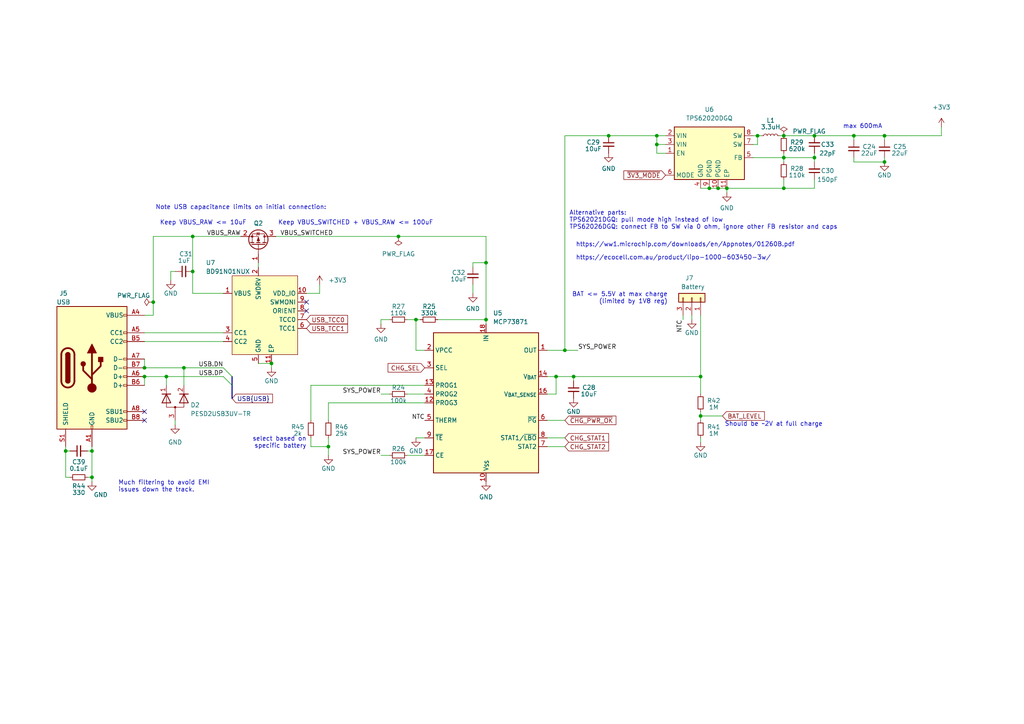
<source format=kicad_sch>
(kicad_sch (version 20230121) (generator eeschema)
  (paper "A4")
  (title_block (date "2022-09-04") (rev "1"))
  (lib_symbols
    (symbol "Battery_Management:MCP73871"
      (property "Reference" "U" (at -7.62 24.13 0))
      (property "Value" "MCP73871" (at -15.24 21.59 0))
      (symbol "MCP73871_0_1"
        (rectangle (start -15.24 20.32) (end 15.24 -20.32) (stroke (width 0.254)) (fill (type background)))
      )
      (symbol "MCP73871_1_1"
        (pin power_out line (at 17.78 15.24 180) (length 2.54) (name "OUT") (number "1"))
        (pin power_in line (at 0 -22.86 90) (length 2.54) (name "V_{SS}") (number "10"))
        (pin passive line (at 0 -22.86 90) (length 2.54) hide (name "V_{SS}") (number "11"))
        (pin bidirectional line (at -17.78 0 0) (length 2.54) (name "PROG3") (number "12"))
        (pin bidirectional line (at -17.78 5.08 0) (length 2.54) (name "PROG1") (number "13"))
        (pin power_out line (at 17.78 7.62 180) (length 2.54) (name "V_{BAT}") (number "14"))
        (pin passive line (at 17.78 7.62 180) (length 2.54) hide (name "V_{BAT}") (number "15"))
        (pin input line (at 17.78 2.54 180) (length 2.54) (name "V_{BAT_SENSE}") (number "16"))
        (pin input line (at -17.78 -15.24 0) (length 2.54) (name "CE") (number "17"))
        (pin power_in line (at 0 22.86 270) (length 2.54) (name "IN") (number "18"))
        (pin passive line (at 0 22.86 270) (length 2.54) hide (name "IN") (number "19"))
        (pin input line (at -17.78 15.24 0) (length 2.54) (name "VPCC") (number "2"))
        (pin passive line (at 17.78 15.24 180) (length 2.54) hide (name "OUT") (number "20"))
        (pin passive line (at 0 -22.86 90) (length 2.54) hide (name "V_{SS}") (number "21"))
        (pin input line (at -17.78 10.16 0) (length 2.54) (name "SEL") (number "3"))
        (pin input line (at -17.78 2.54 0) (length 2.54) (name "PROG2") (number "4"))
        (pin bidirectional line (at -17.78 -5.08 0) (length 2.54) (name "THERM") (number "5"))
        (pin open_collector line (at 17.78 -5.08 180) (length 2.54) (name "~{PG}") (number "6"))
        (pin open_collector line (at 17.78 -12.7 180) (length 2.54) (name "STAT2") (number "7"))
        (pin open_collector line (at 17.78 -10.16 180) (length 2.54) (name "STAT1/~{LBO}") (number "8"))
        (pin input line (at -17.78 -10.16 0) (length 2.54) (name "~{TE}") (number "9"))
      )
    )
    (symbol "Connector:USB_C_Receptacle_USB2.0" (pin_names (offset 1.016))
      (property "Reference" "J" (at -10.16 19.05 0))
      (property "Value" "USB_C_Receptacle_USB2.0" (at 19.05 19.05 0))
      (symbol "USB_C_Receptacle_USB2.0_0_0"
        (rectangle (start -0.254 -17.78) (end 0.254 -16.764))
        (rectangle (start 10.16 -14.986) (end 9.144 -15.494))
        (rectangle (start 10.16 -12.446) (end 9.144 -12.954))
        (rectangle (start 10.16 -4.826) (end 9.144 -5.334))
        (rectangle (start 10.16 -2.286) (end 9.144 -2.794))
        (rectangle (start 10.16 0.254) (end 9.144 -0.254))
        (rectangle (start 10.16 2.794) (end 9.144 2.286))
        (rectangle (start 10.16 7.874) (end 9.144 7.366))
        (rectangle (start 10.16 10.414) (end 9.144 9.906))
        (rectangle (start 10.16 15.494) (end 9.144 14.986))
      )
      (symbol "USB_C_Receptacle_USB2.0_0_1"
        (rectangle (start -10.16 17.78) (end 10.16 -17.78) (stroke (width 0.254)) (fill (type background)))
        (arc (start -8.89 -3.81) (mid -6.985 -5.7067) (end -5.08 -3.81) (stroke (width 0.508)))
        (arc (start -7.62 -3.81) (mid -6.985 -4.4423) (end -6.35 -3.81) (stroke (width 0.254)))
        (arc (start -7.62 -3.81) (mid -6.985 -4.4423) (end -6.35 -3.81) (stroke (width 0.254)) (fill (type outline)))
        (rectangle (start -7.62 -3.81) (end -6.35 3.81) (stroke (width 0.254)) (fill (type outline)))
        (arc (start -6.35 3.81) (mid -6.985 4.4423) (end -7.62 3.81) (stroke (width 0.254)))
        (arc (start -6.35 3.81) (mid -6.985 4.4423) (end -7.62 3.81) (stroke (width 0.254)) (fill (type outline)))
        (arc (start -5.08 3.81) (mid -6.985 5.7067) (end -8.89 3.81) (stroke (width 0.508)))
        (circle (center -2.54 1.143) (radius 0.635) (stroke (width 0.254)) (fill (type outline)))
        (circle (center 0 -5.842) (radius 1.27) (fill (type outline)))
        (polyline (pts (xy -8.89 -3.81) (xy -8.89 3.81)) (stroke (width 0.508)))
        (polyline (pts (xy -5.08 3.81) (xy -5.08 -3.81)) (stroke (width 0.508)))
        (polyline (pts (xy 0 -5.842) (xy 0 4.318)) (stroke (width 0.508)))
        (polyline (pts (xy 0 -3.302) (xy -2.54 -0.762) (xy -2.54 0.508)) (stroke (width 0.508)))
        (polyline (pts (xy 0 -2.032) (xy 2.54 0.508) (xy 2.54 1.778)) (stroke (width 0.508)))
        (polyline (pts (xy -1.27 4.318) (xy 0 6.858) (xy 1.27 4.318) (xy -1.27 4.318)) (stroke (width 0.254)) (fill (type outline)))
        (rectangle (start 1.905 1.778) (end 3.175 3.048) (stroke (width 0.254)) (fill (type outline)))
      )
      (symbol "USB_C_Receptacle_USB2.0_1_1"
        (pin passive line (at 0 -22.86 90) (length 5.08) (name "GND") (number "A1"))
        (pin passive line (at 0 -22.86 90) (length 5.08) hide (name "GND") (number "A12"))
        (pin passive line (at 15.24 15.24 180) (length 5.08) (name "VBUS") (number "A4"))
        (pin bidirectional line (at 15.24 10.16 180) (length 5.08) (name "CC1") (number "A5"))
        (pin bidirectional line (at 15.24 -2.54 180) (length 5.08) (name "D+") (number "A6"))
        (pin bidirectional line (at 15.24 2.54 180) (length 5.08) (name "D-") (number "A7"))
        (pin bidirectional line (at 15.24 -12.7 180) (length 5.08) (name "SBU1") (number "A8"))
        (pin passive line (at 15.24 15.24 180) (length 5.08) hide (name "VBUS") (number "A9"))
        (pin passive line (at 0 -22.86 90) (length 5.08) hide (name "GND") (number "B1"))
        (pin passive line (at 0 -22.86 90) (length 5.08) hide (name "GND") (number "B12"))
        (pin passive line (at 15.24 15.24 180) (length 5.08) hide (name "VBUS") (number "B4"))
        (pin bidirectional line (at 15.24 7.62 180) (length 5.08) (name "CC2") (number "B5"))
        (pin bidirectional line (at 15.24 -5.08 180) (length 5.08) (name "D+") (number "B6"))
        (pin bidirectional line (at 15.24 0 180) (length 5.08) (name "D-") (number "B7"))
        (pin bidirectional line (at 15.24 -15.24 180) (length 5.08) (name "SBU2") (number "B8"))
        (pin passive line (at 15.24 15.24 180) (length 5.08) hide (name "VBUS") (number "B9"))
        (pin passive line (at -7.62 -22.86 90) (length 5.08) (name "SHIELD") (number "S1"))
      )
    )
    (symbol "Connector_Generic:Conn_01x03" (pin_names (offset 1.016) hide)
      (property "Reference" "J" (at 0 5.08 0))
      (property "Value" "Conn_01x03" (at 0 -5.08 0))
      (symbol "Conn_01x03_1_1"
        (rectangle (start -1.27 -2.413) (end 0 -2.667) (stroke (width 0.1524)))
        (rectangle (start -1.27 0.127) (end 0 -0.127) (stroke (width 0.1524)))
        (rectangle (start -1.27 2.667) (end 0 2.413) (stroke (width 0.1524)))
        (rectangle (start -1.27 3.81) (end 1.27 -3.81) (stroke (width 0.254)) (fill (type background)))
        (pin passive line (at -5.08 2.54 0) (length 3.81) (name "Pin_1") (number "1"))
        (pin passive line (at -5.08 0 0) (length 3.81) (name "Pin_2") (number "2"))
        (pin passive line (at -5.08 -2.54 0) (length 3.81) (name "Pin_3") (number "3"))
      )
    )
    (symbol "Device:C_Small" (pin_numbers hide) (pin_names (offset 0.254) hide)
      (property "Reference" "C" (at 0.254 1.778 0))
      (property "Value" "C_Small" (at 0.254 -2.032 0))
      (symbol "C_Small_0_1"
        (polyline (pts (xy -1.524 -0.508) (xy 1.524 -0.508)) (stroke (width 0.3302)))
        (polyline (pts (xy -1.524 0.508) (xy 1.524 0.508)) (stroke (width 0.3048)))
      )
      (symbol "C_Small_1_1"
        (pin passive line (at 0 2.54 270) (length 2.032) (name "~") (number "1"))
        (pin passive line (at 0 -2.54 90) (length 2.032) (name "~") (number "2"))
      )
    )
    (symbol "Device:D_Dual_CommonAnode_KKA_Parallel" (pin_names (offset 0.762) hide)
      (property "Reference" "D" (at 0 5.08 0))
      (property "Value" "D_Dual_CommonAnode_KKA_Parallel" (at 0 -5.08 0))
      (symbol "D_Dual_CommonAnode_KKA_Parallel_0_0"
        (polyline (pts (xy 2.54 -3.81) (xy 2.54 -1.27)) (stroke (width 0.254)))
        (polyline (pts (xy 2.54 1.27) (xy 2.54 3.81)) (stroke (width 0.254)))
      )
      (symbol "D_Dual_CommonAnode_KKA_Parallel_0_1"
        (circle (center -1.27 0) (radius 0.254) (fill (type outline)))
        (polyline (pts (xy -1.27 0) (xy -2.54 0)))
        (polyline (pts (xy 2.54 2.54) (xy -1.27 2.54) (xy -1.27 -2.54) (xy 2.54 -2.54)))
        (polyline (pts (xy 0 -1.27) (xy 2.54 -2.54) (xy 0 -3.81) (xy 0 -1.27) (xy 0 -1.27) (xy 0 -1.27)) (stroke (width 0.254)))
        (polyline (pts (xy 0 3.81) (xy 2.54 2.54) (xy 0 1.27) (xy 0 3.81) (xy 0 3.81) (xy 0 3.81)) (stroke (width 0.254)))
        (pin passive line (at 5.08 2.54 180) (length 2.54) (name "K") (number "1"))
        (pin passive line (at 5.08 -2.54 180) (length 2.54) (name "K") (number "2"))
        (pin passive line (at -5.08 0 0) (length 2.54) (name "A") (number "3"))
      )
    )
    (symbol "Device:L_Small" (pin_numbers hide) (pin_names (offset 0.254) hide)
      (property "Reference" "L" (at 0.762 1.016 0))
      (property "Value" "L_Small" (at 0.762 -1.016 0))
      (symbol "L_Small_0_1"
        (arc (start 0 -2.032) (mid 0.5058 -1.524) (end 0 -1.016))
        (arc (start 0 -1.016) (mid 0.5058 -0.508) (end 0 0))
        (arc (start 0 0) (mid 0.5058 0.508) (end 0 1.016))
        (arc (start 0 1.016) (mid 0.5058 1.524) (end 0 2.032))
      )
      (symbol "L_Small_1_1"
        (pin passive line (at 0 2.54 270) (length 0.508) (name "~") (number "1"))
        (pin passive line (at 0 -2.54 90) (length 0.508) (name "~") (number "2"))
      )
    )
    (symbol "Device:Q_PMOS_GSD" (pin_names (offset 0) hide)
      (property "Reference" "Q" (at 5.08 1.27 0))
      (property "Value" "Q_PMOS_GSD" (at 5.08 -1.27 0))
      (symbol "Q_PMOS_GSD_0_1"
        (polyline (pts (xy 0.254 0) (xy -2.54 0)))
        (polyline (pts (xy 0.254 1.905) (xy 0.254 -1.905)) (stroke (width 0.254)))
        (polyline (pts (xy 0.762 -1.27) (xy 0.762 -2.286)) (stroke (width 0.254)))
        (polyline (pts (xy 0.762 0.508) (xy 0.762 -0.508)) (stroke (width 0.254)))
        (polyline (pts (xy 0.762 2.286) (xy 0.762 1.27)) (stroke (width 0.254)))
        (polyline (pts (xy 2.54 2.54) (xy 2.54 1.778)))
        (polyline (pts (xy 2.54 -2.54) (xy 2.54 0) (xy 0.762 0)))
        (polyline (pts (xy 0.762 1.778) (xy 3.302 1.778) (xy 3.302 -1.778) (xy 0.762 -1.778)))
        (polyline (pts (xy 2.286 0) (xy 1.27 0.381) (xy 1.27 -0.381) (xy 2.286 0)) (fill (type outline)))
        (polyline (pts (xy 2.794 -0.508) (xy 2.921 -0.381) (xy 3.683 -0.381) (xy 3.81 -0.254)))
        (polyline (pts (xy 3.302 -0.381) (xy 2.921 0.254) (xy 3.683 0.254) (xy 3.302 -0.381)))
        (circle (center 1.651 0) (radius 2.794) (stroke (width 0.254)))
        (circle (center 2.54 -1.778) (radius 0.254) (fill (type outline)))
        (circle (center 2.54 1.778) (radius 0.254) (fill (type outline)))
      )
      (symbol "Q_PMOS_GSD_1_1"
        (pin input line (at -5.08 0 0) (length 2.54) (name "G") (number "1"))
        (pin passive line (at 2.54 -5.08 90) (length 2.54) (name "S") (number "2"))
        (pin passive line (at 2.54 5.08 270) (length 2.54) (name "D") (number "3"))
      )
    )
    (symbol "Device:R_Small" (pin_numbers hide) (pin_names (offset 0.254) hide)
      (property "Reference" "R" (at 0.762 0.508 0))
      (property "Value" "R_Small" (at 0.762 -1.016 0))
      (symbol "R_Small_0_1"
        (rectangle (start -0.762 1.778) (end 0.762 -1.778) (stroke (width 0.2032)))
      )
      (symbol "R_Small_1_1"
        (pin passive line (at 0 2.54 270) (length 0.762) (name "~") (number "1"))
        (pin passive line (at 0 -2.54 90) (length 0.762) (name "~") (number "2"))
      )
    )
    (symbol "power:+3V3" (power) (pin_names (offset 0))
      (property "Value" "+3V3" (at 0 3.556 0))
      (symbol "+3V3_0_1"
        (polyline (pts (xy -0.762 1.27) (xy 0 2.54)))
        (polyline (pts (xy 0 0) (xy 0 2.54)))
        (polyline (pts (xy 0 2.54) (xy 0.762 1.27)))
      )
      (symbol "+3V3_1_1"
        (pin power_in line (at 0 0 90) (length 0) hide (name "+3V3") (number "1"))
      )
    )
    (symbol "power:GND" (power) (pin_names (offset 0))
      (property "Value" "GND" (at 0 -3.81 0))
      (symbol "GND_0_1"
        (polyline (pts (xy 0 0) (xy 0 -1.27) (xy 1.27 -1.27) (xy 0 -2.54) (xy -1.27 -1.27) (xy 0 -1.27)))
      )
      (symbol "GND_1_1"
        (pin power_in line (at 0 0 270) (length 0) hide (name "GND") (number "1"))
      )
    )
    (symbol "power:PWR_FLAG" (power) (pin_numbers hide) (pin_names (offset 0) hide)
      (property "Value" "PWR_FLAG" (at 0 3.81 0))
      (symbol "PWR_FLAG_0_0"
        (pin power_out line (at 0 0 90) (length 0) (name "pwr") (number "1"))
      )
      (symbol "PWR_FLAG_0_1"
        (polyline (pts (xy 0 0) (xy 0 1.27) (xy -1.016 1.905) (xy 0 2.54) (xy 1.016 1.905) (xy 0 1.27)))
      )
    )
    (symbol "symbols:BD91N01NUX"
      (property "Reference" "U" (at 0 13.97 0))
      (property "Value" "BD91N01NUX" (at 5.08 16.51 0))
      (symbol "BD91N01NUX_0_1"
        (rectangle (start -12.7 12.7) (end 6.35 -10.16) (fill (type background)))
      )
      (symbol "BD91N01NUX_1_1"
        (pin power_in line (at -15.24 7.62 0) (length 2.54) (name "VBUS") (number "1"))
        (pin power_in line (at 8.89 7.62 180) (length 2.54) (name "VDD_IO") (number "10"))
        (pin power_in line (at -1.27 -12.7 90) (length 2.54) (name "EP") (number "11"))
        (pin output line (at -5.08 15.24 270) (length 2.54) (name "SWDRV") (number "2"))
        (pin input line (at -15.24 -3.81 0) (length 2.54) (name "CC1") (number "3"))
        (pin input line (at -15.24 -6.35 0) (length 2.54) (name "CC2") (number "4"))
        (pin power_in line (at -5.08 -12.7 90) (length 2.54) (name "GND") (number "5"))
        (pin output line (at 8.89 -2.54 180) (length 2.54) (name "TCC1") (number "6"))
        (pin output line (at 8.89 0 180) (length 2.54) (name "TCC0") (number "7"))
        (pin output line (at 8.89 2.54 180) (length 2.54) (name "ORIENT") (number "8"))
        (pin output line (at 8.89 5.08 180) (length 2.54) (name "SWMONI") (number "9"))
      )
    )
    (symbol "symbols:TPS62026"
      (property "Reference" "U" (at 0 3.81 0))
      (property "Value" "TPS62026" (at 0 6.35 0))
      (symbol "TPS62026_0_0"
        (pin power_in line (at 2.54 -10.16 90) (length 2.54) (name "PGND") (number "10"))
        (pin power_in line (at 5.08 -10.16 90) (length 2.54) (name "EP") (number "11"))
      )
      (symbol "TPS62026_1_1"
        (rectangle (start -10.16 7.62) (end 10.16 -7.62) (stroke (width 0.254)) (fill (type background)))
        (pin input line (at -12.7 0 0) (length 2.54) (name "EN") (number "1"))
        (pin power_in line (at -12.7 5.08 0) (length 2.54) (name "VIN") (number "2"))
        (pin input line (at -12.7 2.54 0) (length 2.54) (name "VIN") (number "3"))
        (pin input line (at -2.54 -10.16 90) (length 2.54) (name "GND") (number "4"))
        (pin open_collector line (at 12.7 -1.27 180) (length 2.54) (name "FB") (number "5"))
        (pin open_collector line (at -12.7 -6.35 0) (length 2.54) (name "MODE") (number "6"))
        (pin power_out line (at 12.7 2.54 180) (length 2.54) (name "SW") (number "7"))
        (pin power_in line (at 12.7 5.08 180) (length 2.54) (name "SW") (number "8"))
        (pin power_in line (at 0 -10.16 90) (length 2.54) (name "PGND") (number "9"))
      )
    )
  )
  (junction (at 227.33 54.61))
  (junction (at 203.2 120.65))
  (junction (at 210.82 54.61))
  (junction (at 115.57 68.58))
  (junction (at 163.83 101.6))
  (junction (at 55.88 78.74))
  (junction (at 205.74 54.61))
  (junction (at 19.05 130.81))
  (junction (at 256.54 46.99))
  (junction (at 161.29 109.22))
  (junction (at 227.33 45.72))
  (junction (at 219.71 39.37))
  (junction (at 190.5 39.37))
  (junction (at 236.22 45.72))
  (junction (at 190.5 41.91))
  (junction (at 247.65 39.37))
  (junction (at 176.53 39.37))
  (junction (at 41.91 106.68))
  (junction (at 26.67 130.81))
  (junction (at 26.67 138.43))
  (junction (at 256.54 39.37))
  (junction (at 140.97 76.2))
  (junction (at 44.45 87.63))
  (junction (at 166.37 109.22))
  (junction (at 208.28 54.61))
  (junction (at 140.97 92.71))
  (junction (at 203.2 109.22))
  (junction (at 41.91 109.22))
  (junction (at 120.65 92.71))
  (junction (at 78.74 105.41))
  (junction (at 236.22 39.37))
  (junction (at 53.34 106.68))
  (junction (at 55.88 68.58))
  (junction (at 48.26 109.22))
  (junction (at 227.33 39.37))
  (junction (at 95.25 129.54))
  (no_connect (at 88.9 87.63))
  (no_connect (at 88.9 90.17))
  (no_connect (at 41.91 119.38))
  (no_connect (at 41.91 121.92))
  (bus_entry (at 64.77 106.68) (size 2.54 2.54))
  (bus_entry (at 64.77 109.22) (size 2.54 2.54))
  (wire (pts (xy 19.05 130.81) (xy 19.05 138.43)))
  (wire (pts (xy 55.88 85.09) (xy 55.88 78.74)))
  (wire (pts (xy 247.65 40.64) (xy 247.65 39.37)))
  (wire (pts (xy 236.22 52.07) (xy 236.22 54.61)))
  (wire (pts (xy 110.49 132.08) (xy 113.03 132.08)))
  (wire (pts (xy 115.57 68.58) (xy 140.97 68.58)))
  (wire (pts (xy 44.45 68.58) (xy 44.45 87.63)))
  (wire (pts (xy 113.03 92.71) (xy 110.49 92.71)))
  (wire (pts (xy 247.65 39.37) (xy 256.54 39.37)))
  (wire (pts (xy 140.97 76.2) (xy 140.97 92.71)))
  (wire (pts (xy 50.8 123.19) (xy 50.8 121.92)))
  (wire (pts (xy 256.54 45.72) (xy 256.54 46.99)))
  (wire (pts (xy 158.75 127) (xy 163.83 127)))
  (wire (pts (xy 176.53 39.37) (xy 190.5 39.37)))
  (wire (pts (xy 127 92.71) (xy 140.97 92.71)))
  (wire (pts (xy 208.28 54.61) (xy 210.82 54.61)))
  (wire (pts (xy 203.2 109.22) (xy 203.2 114.3)))
  (wire (pts (xy 120.65 101.6) (xy 120.65 92.71)))
  (wire (pts (xy 227.33 54.61) (xy 210.82 54.61)))
  (wire (pts (xy 163.83 101.6) (xy 167.64 101.6)))
  (wire (pts (xy 26.67 129.54) (xy 26.67 130.81)))
  (wire (pts (xy 95.25 129.54) (xy 95.25 132.08)))
  (wire (pts (xy 123.19 101.6) (xy 120.65 101.6)))
  (wire (pts (xy 193.04 44.45) (xy 190.5 44.45)))
  (wire (pts (xy 41.91 99.06) (xy 64.77 99.06)))
  (bus (pts (xy 67.31 111.76) (xy 67.31 115.57)))
  (wire (pts (xy 95.25 127) (xy 95.25 129.54)))
  (wire (pts (xy 190.5 39.37) (xy 193.04 39.37)))
  (wire (pts (xy 198.12 92.71) (xy 198.12 91.44)))
  (wire (pts (xy 158.75 129.54) (xy 163.83 129.54)))
  (wire (pts (xy 200.66 91.44) (xy 200.66 92.71)))
  (wire (pts (xy 227.33 39.37) (xy 236.22 39.37)))
  (wire (pts (xy 74.93 76.2) (xy 74.93 77.47)))
  (wire (pts (xy 26.67 130.81) (xy 26.67 138.43)))
  (wire (pts (xy 88.9 85.09) (xy 92.71 85.09)))
  (wire (pts (xy 123.19 132.08) (xy 118.11 132.08)))
  (wire (pts (xy 236.22 44.45) (xy 236.22 45.72)))
  (wire (pts (xy 53.34 106.68) (xy 64.77 106.68)))
  (wire (pts (xy 120.65 127) (xy 123.19 127)))
  (wire (pts (xy 48.26 109.22) (xy 48.26 111.76)))
  (wire (pts (xy 49.53 78.74) (xy 49.53 81.28)))
  (wire (pts (xy 203.2 127) (xy 203.2 128.27)))
  (wire (pts (xy 256.54 39.37) (xy 256.54 40.64)))
  (wire (pts (xy 166.37 109.22) (xy 166.37 110.49)))
  (wire (pts (xy 74.93 105.41) (xy 78.74 105.41)))
  (wire (pts (xy 41.91 106.68) (xy 53.34 106.68)))
  (wire (pts (xy 236.22 45.72) (xy 227.33 45.72)))
  (wire (pts (xy 203.2 54.61) (xy 205.74 54.61)))
  (wire (pts (xy 41.91 109.22) (xy 48.26 109.22)))
  (wire (pts (xy 123.19 116.84) (xy 95.25 116.84)))
  (wire (pts (xy 210.82 54.61) (xy 210.82 55.88)))
  (wire (pts (xy 55.88 68.58) (xy 69.85 68.58)))
  (wire (pts (xy 44.45 68.58) (xy 55.88 68.58)))
  (wire (pts (xy 190.5 41.91) (xy 190.5 44.45)))
  (wire (pts (xy 110.49 92.71) (xy 110.49 93.98)))
  (wire (pts (xy 227.33 52.07) (xy 227.33 54.61)))
  (wire (pts (xy 256.54 39.37) (xy 273.05 39.37)))
  (wire (pts (xy 219.71 39.37) (xy 218.44 39.37)))
  (wire (pts (xy 137.16 77.47) (xy 137.16 76.2)))
  (wire (pts (xy 19.05 138.43) (xy 20.32 138.43)))
  (wire (pts (xy 219.71 41.91) (xy 219.71 39.37)))
  (wire (pts (xy 41.91 96.52) (xy 64.77 96.52)))
  (wire (pts (xy 161.29 114.3) (xy 161.29 109.22)))
  (wire (pts (xy 41.91 91.44) (xy 44.45 91.44)))
  (wire (pts (xy 48.26 109.22) (xy 64.77 109.22)))
  (wire (pts (xy 95.25 116.84) (xy 95.25 121.92)))
  (wire (pts (xy 247.65 46.99) (xy 247.65 45.72)))
  (wire (pts (xy 118.11 114.3) (xy 123.19 114.3)))
  (wire (pts (xy 44.45 87.63) (xy 44.45 91.44)))
  (wire (pts (xy 41.91 106.68) (xy 41.91 104.14)))
  (wire (pts (xy 247.65 46.99) (xy 256.54 46.99)))
  (wire (pts (xy 80.01 68.58) (xy 115.57 68.58)))
  (wire (pts (xy 220.98 39.37) (xy 219.71 39.37)))
  (wire (pts (xy 92.71 85.09) (xy 92.71 82.55)))
  (wire (pts (xy 140.97 92.71) (xy 140.97 93.98)))
  (wire (pts (xy 55.88 68.58) (xy 55.88 78.74)))
  (wire (pts (xy 205.74 54.61) (xy 208.28 54.61)))
  (wire (pts (xy 203.2 120.65) (xy 203.2 119.38)))
  (wire (pts (xy 273.05 36.83) (xy 273.05 39.37)))
  (wire (pts (xy 193.04 41.91) (xy 190.5 41.91)))
  (wire (pts (xy 158.75 114.3) (xy 161.29 114.3)))
  (wire (pts (xy 90.17 127) (xy 90.17 129.54)))
  (wire (pts (xy 163.83 39.37) (xy 163.83 101.6)))
  (wire (pts (xy 166.37 109.22) (xy 203.2 109.22)))
  (wire (pts (xy 19.05 129.54) (xy 19.05 130.81)))
  (wire (pts (xy 203.2 120.65) (xy 209.55 120.65)))
  (wire (pts (xy 123.19 111.76) (xy 90.17 111.76)))
  (wire (pts (xy 137.16 76.2) (xy 140.97 76.2)))
  (wire (pts (xy 120.65 92.71) (xy 121.92 92.71)))
  (wire (pts (xy 203.2 121.92) (xy 203.2 120.65)))
  (wire (pts (xy 137.16 82.55) (xy 137.16 85.09)))
  (wire (pts (xy 78.74 105.41) (xy 78.74 106.68)))
  (wire (pts (xy 158.75 121.92) (xy 163.83 121.92)))
  (wire (pts (xy 53.34 106.68) (xy 53.34 111.76)))
  (bus (pts (xy 67.31 109.22) (xy 67.31 111.76)))
  (wire (pts (xy 140.97 68.58) (xy 140.97 76.2)))
  (wire (pts (xy 26.67 138.43) (xy 26.67 139.7)))
  (wire (pts (xy 218.44 45.72) (xy 227.33 45.72)))
  (wire (pts (xy 236.22 39.37) (xy 247.65 39.37)))
  (wire (pts (xy 227.33 45.72) (xy 227.33 46.99)))
  (wire (pts (xy 203.2 91.44) (xy 203.2 109.22)))
  (wire (pts (xy 110.49 114.3) (xy 113.03 114.3)))
  (wire (pts (xy 236.22 45.72) (xy 236.22 46.99)))
  (wire (pts (xy 158.75 101.6) (xy 163.83 101.6)))
  (wire (pts (xy 161.29 109.22) (xy 166.37 109.22)))
  (wire (pts (xy 90.17 129.54) (xy 95.25 129.54)))
  (wire (pts (xy 227.33 39.37) (xy 226.06 39.37)))
  (wire (pts (xy 227.33 45.72) (xy 227.33 44.45)))
  (wire (pts (xy 190.5 41.91) (xy 190.5 39.37)))
  (wire (pts (xy 236.22 54.61) (xy 227.33 54.61)))
  (wire (pts (xy 50.8 78.74) (xy 49.53 78.74)))
  (wire (pts (xy 19.05 130.81) (xy 20.32 130.81)))
  (wire (pts (xy 218.44 41.91) (xy 219.71 41.91)))
  (wire (pts (xy 25.4 130.81) (xy 26.67 130.81)))
  (wire (pts (xy 90.17 111.76) (xy 90.17 121.92)))
  (wire (pts (xy 118.11 92.71) (xy 120.65 92.71)))
  (wire (pts (xy 25.4 138.43) (xy 26.67 138.43)))
  (wire (pts (xy 64.77 85.09) (xy 55.88 85.09)))
  (wire (pts (xy 158.75 109.22) (xy 161.29 109.22)))
  (wire (pts (xy 41.91 109.22) (xy 41.91 111.76)))
  (wire (pts (xy 163.83 39.37) (xy 176.53 39.37)))
  (text "https://ecocell.com.au/product/lipo-1000-603450-3w/" (at 167.005 75.565 0) (effects (font (size 1.27 1.27)) (justify left bottom)))
  (text "max 600mA" (at 244.475 37.465 0) (effects (font (size 1.27 1.27)) (justify left bottom)))
  (text "https://ww1.microchip.com/downloads/en/Appnotes/01260B.pdf" (at 167.005 71.755 0) (effects (font (size 1.27 1.27)) (justify left bottom)))
  (text "Should be ~2V at full charge" (at 210.185 123.825 0) (effects (font (size 1.27 1.27)) (justify left bottom)))
  (text "Much filtering to avoid EMI\nissues down the track." (at 34.29 142.875 0) (effects (font (size 1.27 1.27)) (justify left bottom)))
  (text "Keep VBUS_RAW <= 10uF" (at 46.355 65.405 0) (effects (font (size 1.27 1.27)) (justify left bottom)))
  (text "Keep VBUS_SWITCHED + VBUS_RAW <= 100uF" (at 80.645 65.405 0) (effects (font (size 1.27 1.27)) (justify left bottom)))
  (text "select based on\nspecific battery" (at 88.9 130.175 0) (effects (font (size 1.27 1.27)) (justify right bottom)))
  (text "Note USB capacitance limits on initial connection:" (at 45.085 60.96 0) (effects (font (size 1.27 1.27)) (justify left bottom)))
  (text "Alternative parts:\nTPS62021DGQ: pull mode high instead of low\nTPS62026DGQ: connect FB to SW via 0 ohm, ignore other FB resistor and caps" (at 165.1 66.675 0) (effects (font (size 1.27 1.27)) (justify left bottom)))
  (text "BAT <= 5.5V at max charge\n(limited by 1V8 reg)" (at 193.675 88.265 0) (effects (font (size 1.27 1.27)) (justify right bottom)))
  (label "SYS_POWER" (at 110.49 132.08 180))
  (label "VBUS_RAW" (at 69.85 68.58 180))
  (label "NTC" (at 123.19 121.92 180))
  (label "USB.DP" (at 64.77 109.22 180))
  (label "VBUS_SWITCHED" (at 81.28 68.58 0))
  (label "SYS_POWER" (at 110.49 114.3 180))
  (label "SYS_POWER" (at 167.64 101.6 0))
  (label "NTC" (at 198.12 92.71 270))
  (label "USB.DN" (at 64.77 106.68 180))
  (global_label "~{3V3_MODE}" (shape input) (at 193.04 50.8 180) (property "Intersheetrefs" "${INTERSHEET_REFS}" (effects hide)))
  (global_label "~{CHG_PWR_OK}" (shape input) (at 163.83 121.92 0) (property "Intersheetrefs" "${INTERSHEET_REFS}" (effects hide)))
  (global_label "CHG_STAT2" (shape input) (at 163.83 129.54 0) (property "Intersheetrefs" "${INTERSHEET_REFS}" (effects hide)))
  (global_label "USB_TCC0" (shape input) (at 88.9 92.71 0) (property "Intersheetrefs" "${INTERSHEET_REFS}" (effects hide)))
  (global_label "USB_TCC1" (shape input) (at 88.9 95.25 0) (property "Intersheetrefs" "${INTERSHEET_REFS}" (effects hide)))
  (global_label "CHG_SEL" (shape input) (at 123.19 106.68 180) (property "Intersheetrefs" "${INTERSHEET_REFS}" (effects hide)))
  (global_label "CHG_STAT1" (shape input) (at 163.83 127 0) (property "Intersheetrefs" "${INTERSHEET_REFS}" (effects hide)))
  (global_label "BAT_LEVEL" (shape input) (at 209.55 120.65 0) (property "Intersheetrefs" "${INTERSHEET_REFS}" (effects hide)))
  (global_label "USB{USB}" (shape input) (at 67.31 115.57 0) (property "Intersheetrefs" "${INTERSHEET_REFS}" (effects hide)))
  (symbol (lib_id "Device:R_Small") (at 203.2 124.46 0) (unit 1)
    (property "Reference" "R41" (at 207.01 123.825 0))
    (property "Value" "1M" (at 207.01 125.73 0))
    (property "Footprint" "Resistor_SMD:R_0603_1608Metric" (effects hide))
    (property "MPN" "AC0603FR-131ML" (effects hide))
  )
  (symbol (lib_id "symbols:BD91N01NUX") (at 80.01 92.71 0) (unit 1)
    (property "Reference" "U7" (at 59.69 76.2 0) (effects (justify left)))
    (property "Value" "BD91N01NUX" (at 59.69 78.74 0) (effects (justify left)))
    (property "Footprint" "footprints:BD91N01NUX-E2" (effects hide))
    (property "MPN" "BD91N01NUX" (effects hide))
  )
  (symbol (lib_id "power:GND") (at 49.53 81.28 0) (unit 1)
    (property "Reference" "#PWR0202" (effects hide))
    (property "Value" "GND" (at 49.53 85.09 0))
  )
  (symbol (lib_id "Device:C_Small") (at 247.65 43.18 0) (unit 1)
    (property "Reference" "C24" (at 252.095 42.545 0))
    (property "Value" "22uF" (at 252.095 44.45 0))
    (property "Footprint" "Capacitor_SMD:C_1206_3216Metric" (effects hide))
    (property "MPN" "CL31A226MOCLNNC" (effects hide))
  )
  (symbol (lib_id "power:+3V3") (at 273.05 36.83 0) (unit 1)
    (property "Reference" "#PWR0217" (effects hide))
    (property "Value" "+3V3" (at 273.05 31.115 0))
  )
  (symbol (lib_id "Device:C_Small") (at 176.53 41.91 0) (unit 1)
    (property "Reference" "C29" (at 172.085 41.275 0))
    (property "Value" "10uF" (at 172.085 43.18 0))
    (property "Footprint" "Capacitor_SMD:C_0805_2012Metric" (effects hide))
    (property "MPN" "EMK212ABJ106KG-T" (effects hide))
  )
  (symbol (lib_id "Device:R_Small") (at 115.57 132.08 90) (unit 1)
    (property "Reference" "R26" (at 115.57 130.175 90))
    (property "Value" "100k" (at 115.57 133.985 90))
    (property "Footprint" "Resistor_SMD:R_0603_1608Metric" (effects hide))
    (property "MPN" "RC0603JR-10100KL" (effects hide))
  )
  (symbol (lib_id "power:PWR_FLAG") (at 227.33 39.37 0) (unit 1)
    (property "Reference" "#FLG0203" (effects hide))
    (property "Value" "PWR_FLAG" (at 229.87 38.0999 0) (effects (justify left)))
  )
  (symbol (lib_id "power:GND") (at 210.82 55.88 0) (unit 1)
    (property "Reference" "#PWR0215" (effects hide))
    (property "Value" "GND" (at 210.82 60.325 0))
  )
  (symbol (lib_id "power:GND") (at 200.66 92.71 0) (unit 1)
    (property "Reference" "#PWR0213" (effects hide))
    (property "Value" "GND" (at 200.66 96.52 0))
  )
  (symbol (lib_id "Device:C_Small") (at 166.37 113.03 0) (mirror y) (unit 1)
    (property "Reference" "C28" (at 170.815 112.395 0))
    (property "Value" "10uF" (at 170.815 114.3 0))
    (property "Footprint" "Capacitor_SMD:C_0805_2012Metric" (effects hide))
    (property "MPN" "EMK212ABJ106KG-T" (effects hide))
  )
  (symbol (lib_id "Device:D_Dual_CommonAnode_KKA_Parallel") (at 50.8 116.84 90) (unit 1)
    (property "Reference" "D2" (at 55.245 117.475 90) (effects (justify right)))
    (property "Value" "PESD2USB3UV-TR" (at 55.245 120.015 90) (effects (justify right)))
    (property "Footprint" "Package_TO_SOT_SMD:SOT-23" (effects hide))
    (property "MPN" "PESD2USB3UV-TR" (effects hide))
  )
  (symbol (lib_id "Battery_Management:MCP73871") (at 140.97 116.84 0) (unit 1)
    (property "Reference" "U5" (at 142.9894 90.805 0) (effects (justify left)))
    (property "Value" "MCP73871" (at 142.9894 93.345 0) (effects (justify left)))
    (property "Footprint" "Package_DFN_QFN:QFN-20-1EP_4x4mm_P0.5mm_EP2.5x2.5mm" (effects hide))
    (property "Datasheet" "http://www.mouser.com/ds/2/268/22090a-52174.pdf" (effects hide))
    (property "MPN" "MCP73871" (effects hide))
  )
  (symbol (lib_id "power:PWR_FLAG") (at 115.57 68.58 180) (unit 1)
    (property "Reference" "#FLG0202" (effects hide))
    (property "Value" "PWR_FLAG" (at 115.57 73.66 0))
  )
  (symbol (lib_id "power:GND") (at 50.8 123.19 0) (unit 1)
    (property "Reference" "#PWR0203" (effects hide))
    (property "Value" "GND" (at 50.8 128.27 0))
  )
  (symbol (lib_id "power:GND") (at 26.67 139.7 0) (unit 1)
    (property "Reference" "#PWR0201" (effects hide))
    (property "Value" "GND" (at 29.21 143.51 0))
  )
  (symbol (lib_id "power:GND") (at 120.65 127 0) (unit 1)
    (property "Reference" "#PWR0208" (effects hide))
    (property "Value" "GND" (at 120.65 130.81 0))
  )
  (symbol (lib_id "Device:R_Small") (at 203.2 116.84 0) (unit 1)
    (property "Reference" "R42" (at 207.01 116.205 0))
    (property "Value" "1M" (at 207.01 118.11 0))
    (property "Footprint" "Resistor_SMD:R_0603_1608Metric" (effects hide))
    (property "MPN" "AC0603FR-131ML" (effects hide))
  )
  (symbol (lib_id "Device:C_Small") (at 236.22 41.91 180) (unit 1)
    (property "Reference" "C33" (at 240.03 41.91 0))
    (property "Value" "22pF" (at 240.03 44.45 0))
    (property "Footprint" "Capacitor_SMD:C_0603_1608Metric" (effects hide))
    (property "MPN" "C0603C220K4GACTU" (effects hide))
  )
  (symbol (lib_id "Device:R_Small") (at 90.17 124.46 0) (mirror y) (unit 1)
    (property "Reference" "R45" (at 86.36 123.825 0))
    (property "Value" "2k" (at 86.36 125.73 0))
    (property "Footprint" "Resistor_THT:R_Axial_DIN0204_L3.6mm_D1.6mm_P2.54mm_Vertical" (effects hide))
  )
  (symbol (lib_id "symbols:TPS62026") (at 205.74 44.45 0) (unit 1)
    (property "Reference" "U6" (at 205.74 31.75 0))
    (property "Value" "TPS62020DGQ" (at 205.74 34.29 0))
    (property "Footprint" "Package_SO:MSOP-10-1EP_3x3mm_P0.5mm_EP1.68x1.88mm_ThermalVias" (effects hide))
    (property "MPN" "TPS62020DGQ" (effects hide))
  )
  (symbol (lib_id "Device:C_Small") (at 137.16 80.01 0) (unit 1)
    (property "Reference" "C32" (at 133.0325 79.0575 0))
    (property "Value" "10uF" (at 133.0325 80.9625 0))
    (property "Footprint" "Capacitor_SMD:C_0805_2012Metric" (effects hide))
    (property "MPN" "EMK212ABJ106KG-T" (effects hide))
  )
  (symbol (lib_id "Device:R_Small") (at 115.57 114.3 90) (unit 1)
    (property "Reference" "R24" (at 115.57 112.395 90))
    (property "Value" "100k" (at 115.57 116.205 90))
    (property "Footprint" "Resistor_SMD:R_0603_1608Metric" (effects hide))
    (property "MPN" "RC0603JR-10100KL" (effects hide))
  )
  (symbol (lib_id "power:+3V3") (at 92.71 82.55 0) (unit 1)
    (property "Reference" "#PWR0205" (effects hide))
    (property "Value" "+3V3" (at 95.25 81.2799 0) (effects (justify left)))
  )
  (symbol (lib_id "Device:R_Small") (at 115.57 92.71 90) (unit 1)
    (property "Reference" "R27" (at 115.57 88.9 90))
    (property "Value" "110k" (at 115.57 90.805 90))
    (property "Footprint" "Resistor_SMD:R_0603_1608Metric" (effects hide))
    (property "MPN" "AC0603FR-07110KL" (effects hide))
  )
  (symbol (lib_id "Device:C_Small") (at 256.54 43.18 0) (unit 1)
    (property "Reference" "C25" (at 260.985 42.545 0))
    (property "Value" "22uF" (at 260.985 44.45 0))
    (property "Footprint" "Capacitor_SMD:C_1206_3216Metric" (effects hide))
    (property "MPN" "CL31A226MOCLNNC" (effects hide))
  )
  (symbol (lib_id "power:GND") (at 78.74 106.68 0) (unit 1)
    (property "Reference" "#PWR0204" (effects hide))
    (property "Value" "GND" (at 78.74 110.49 0))
  )
  (symbol (lib_id "Device:L_Small") (at 223.52 39.37 90) (unit 1)
    (property "Reference" "L1" (at 223.52 34.925 90))
    (property "Value" "3.3uH" (at 223.52 36.83 90))
    (property "Footprint" "Inductor_SMD:L_Wuerth_MAPI-3012" (effects hide))
    (property "MPN" "NRH3012T3R3MN" (effects hide))
  )
  (symbol (lib_id "Device:Q_PMOS_GSD") (at 74.93 71.12 270) (mirror x) (unit 1)
    (property "Reference" "Q2" (at 74.93 64.77 90))
    (property "Value" "PMV48XPA2R" (effects hide))
    (property "Footprint" "Package_TO_SOT_SMD:TSOT-23" (effects hide))
    (property "MPN" "PMV48XPA2R" (effects hide))
  )
  (symbol (lib_id "power:GND") (at 95.25 132.08 0) (unit 1)
    (property "Reference" "#PWR0206" (effects hide))
    (property "Value" "GND" (at 95.25 135.89 0))
  )
  (symbol (lib_id "power:GND") (at 166.37 115.57 0) (mirror y) (unit 1)
    (property "Reference" "#PWR0211" (effects hide))
    (property "Value" "GND" (at 166.37 119.38 0))
  )
  (symbol (lib_id "power:PWR_FLAG") (at 44.45 87.63 90) (unit 1)
    (property "Reference" "#FLG0201" (effects hide))
    (property "Value" "PWR_FLAG" (at 38.735 85.725 90))
  )
  (symbol (lib_id "Device:C_Small") (at 22.86 130.81 90) (unit 1)
    (property "Reference" "C39" (at 22.86 133.985 90))
    (property "Value" "0.1uF" (at 22.86 135.89 90))
    (property "Footprint" "Capacitor_SMD:C_0805_2012Metric" (effects hide))
    (property "MPN" "0805YD104KAT2A" (effects hide))
  )
  (symbol (lib_id "Device:C_Small") (at 53.34 78.74 90) (unit 1)
    (property "Reference" "C31" (at 55.88 73.66 90) (effects (justify left)))
    (property "Value" "1uF" (at 55.245 75.565 90) (effects (justify left)))
    (property "Footprint" "Capacitor_SMD:C_0805_2012Metric" (effects hide))
    (property "MPN" "EMK212BJ105KG-T" (effects hide))
  )
  (symbol (lib_id "Device:R_Small") (at 124.46 92.71 90) (unit 1)
    (property "Reference" "R25" (at 124.46 88.9 90))
    (property "Value" "330k" (at 124.46 90.805 90))
    (property "Footprint" "Resistor_SMD:R_0603_1608Metric" (effects hide))
    (property "MPN" "RT0603FRE07330KL" (effects hide))
  )
  (symbol (lib_id "power:GND") (at 110.49 93.98 0) (unit 1)
    (property "Reference" "#PWR0207" (effects hide))
    (property "Value" "GND" (at 110.49 98.425 0))
  )
  (symbol (lib_id "power:GND") (at 256.54 46.99 0) (unit 1)
    (property "Reference" "#PWR0216" (effects hide))
    (property "Value" "GND" (at 256.54 50.8 0))
  )
  (symbol (lib_id "Device:R_Small") (at 22.86 138.43 90) (unit 1)
    (property "Reference" "R44" (at 22.86 140.97 90))
    (property "Value" "330" (at 22.86 142.875 90))
    (property "Footprint" "Resistor_SMD:R_0805_2012Metric" (effects hide))
    (property "MPN" "RC0805FR-10330RL" (effects hide))
  )
  (symbol (lib_id "Device:R_Small") (at 227.33 49.53 0) (unit 1)
    (property "Reference" "R28" (at 231.14 48.895 0))
    (property "Value" "110k" (at 231.14 50.8 0))
    (property "Footprint" "Resistor_SMD:R_0603_1608Metric" (effects hide))
    (property "MPN" "AC0603FR-07110KL" (effects hide))
  )
  (symbol (lib_id "Device:C_Small") (at 236.22 49.53 180) (unit 1)
    (property "Reference" "C30" (at 240.03 49.53 0))
    (property "Value" "150pF" (at 240.03 52.07 0))
    (property "Footprint" "Capacitor_SMD:C_0603_1608Metric" (effects hide))
    (property "MPN" "CC0603JRX7R9BB151" (effects hide))
  )
  (symbol (lib_id "power:GND") (at 203.2 128.27 0) (unit 1)
    (property "Reference" "#PWR0214" (effects hide))
    (property "Value" "GND" (at 203.2 132.08 0))
  )
  (symbol (lib_id "Device:R_Small") (at 227.33 41.91 0) (unit 1)
    (property "Reference" "R29" (at 231.14 41.275 0))
    (property "Value" "620k" (at 231.14 43.18 0))
    (property "Footprint" "Resistor_SMD:R_0603_1608Metric" (effects hide))
    (property "MPN" "AC0603FR-07620KL" (effects hide))
  )
  (symbol (lib_id "Connector:USB_C_Receptacle_USB2.0") (at 26.67 106.68 0) (unit 1)
    (property "Reference" "J5" (at 18.415 85.09 0))
    (property "Value" "USB" (at 18.415 87.63 0))
    (property "Footprint" "Connector_USB:USB_C_Receptacle_GCT_USB4085" (effects hide))
    (property "Datasheet" "https://www.usb.org/sites/default/files/documents/usb_type-c.zip" (effects hide))
    (property "MPN" " USB4085-GF-A " (effects hide))
  )
  (symbol (lib_id "power:GND") (at 140.97 139.7 0) (unit 1)
    (property "Reference" "#PWR0210" (effects hide))
    (property "Value" "GND" (at 140.97 144.145 0))
  )
  (symbol (lib_id "power:GND") (at 137.16 85.09 0) (unit 1)
    (property "Reference" "#PWR0209" (effects hide))
    (property "Value" "GND" (at 137.16 89.535 0))
  )
  (symbol (lib_id "Connector_Generic:Conn_01x03") (at 200.66 86.36 270) (mirror x) (unit 1)
    (property "Reference" "J7" (at 198.755 80.645 90) (effects (justify left)))
    (property "Value" "Battery" (at 197.485 83.185 90) (effects (justify left)))
    (property "Footprint" "Connector_JST:JST_PH_S3B-PH-K_1x03_P2.00mm_Horizontal" (effects hide))
  )
  (symbol (lib_id "Device:R_Small") (at 95.25 124.46 0) (unit 1)
    (property "Reference" "R46" (at 99.06 123.825 0))
    (property "Value" "25k" (at 99.06 125.73 0))
    (property "Footprint" "Resistor_THT:R_Axial_DIN0204_L3.6mm_D1.6mm_P2.54mm_Vertical" (effects hide))
  )
  (symbol (lib_id "power:GND") (at 176.53 44.45 0) (unit 1)
    (property "Reference" "#PWR0212" (effects hide))
    (property "Value" "GND" (at 176.53 48.895 0))
  )
)
</source>
